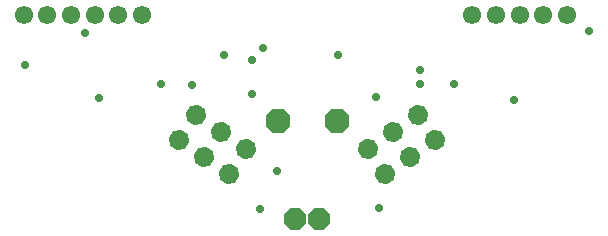
<source format=gbr>
G04 EAGLE Gerber X2 export*
G04 #@! %TF.Part,Single*
G04 #@! %TF.FileFunction,Soldermask,Bot,1*
G04 #@! %TF.FilePolarity,Negative*
G04 #@! %TF.GenerationSoftware,Autodesk,EAGLE,8.6.0*
G04 #@! %TF.CreationDate,2018-03-03T07:31:49Z*
G75*
%MOMM*%
%FSLAX34Y34*%
%LPD*%
%AMOC8*
5,1,8,0,0,1.08239X$1,22.5*%
G01*
%ADD10C,1.549400*%
%ADD11P,1.787026X8X168.200000*%
%ADD12P,1.787026X8X57.000000*%
%ADD13P,2.226909X8X22.500000*%
%ADD14P,1.951982X8X22.500000*%
%ADD15C,0.731000*%


D10*
X310000Y320000D03*
D11*
X498163Y206208D03*
X483850Y185225D03*
X477180Y220521D03*
X462867Y199539D03*
X456198Y234835D03*
X441884Y213852D03*
D10*
X330000Y320000D03*
X350000Y320000D03*
X370000Y320000D03*
X390000Y320000D03*
D12*
X616288Y185169D03*
X601901Y206101D03*
X637221Y199555D03*
X622834Y220488D03*
X658154Y213942D03*
X643767Y234875D03*
D10*
X710000Y320000D03*
X730000Y320000D03*
X750000Y320000D03*
X770000Y320000D03*
X690000Y320000D03*
X410000Y320000D03*
D13*
X575000Y230000D03*
X525000Y230000D03*
D14*
X540000Y147000D03*
X560000Y147000D03*
D15*
X374000Y249000D03*
X311000Y277000D03*
X725000Y248000D03*
X480000Y286000D03*
X646000Y273000D03*
X576000Y286000D03*
X513000Y292000D03*
X611000Y156000D03*
X510000Y155000D03*
X524400Y187400D03*
X789000Y306000D03*
X503000Y281900D03*
X362000Y304000D03*
X503000Y253000D03*
X426590Y260960D03*
X452740Y260670D03*
X674000Y261000D03*
X646000Y261000D03*
X607916Y250000D03*
M02*

</source>
